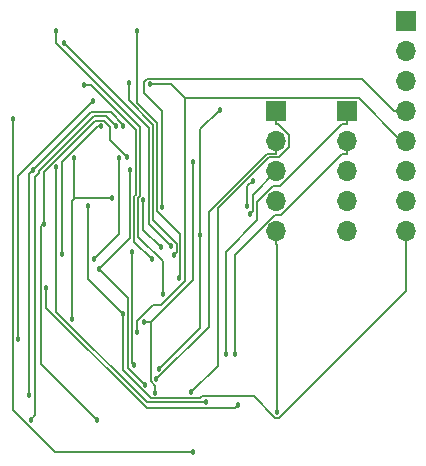
<source format=gbr>
%TF.GenerationSoftware,KiCad,Pcbnew,8.0.4*%
%TF.CreationDate,2024-08-16T22:28:16+02:00*%
%TF.ProjectId,breakout_dac,62726561-6b6f-4757-945f-6461632e6b69,1.1*%
%TF.SameCoordinates,Original*%
%TF.FileFunction,Copper,L2,Bot*%
%TF.FilePolarity,Positive*%
%FSLAX46Y46*%
G04 Gerber Fmt 4.6, Leading zero omitted, Abs format (unit mm)*
G04 Created by KiCad (PCBNEW 8.0.4) date 2024-08-16 22:28:16*
%MOMM*%
%LPD*%
G01*
G04 APERTURE LIST*
%TA.AperFunction,ComponentPad*%
%ADD10R,1.700000X1.700000*%
%TD*%
%TA.AperFunction,ComponentPad*%
%ADD11O,1.700000X1.700000*%
%TD*%
%TA.AperFunction,ViaPad*%
%ADD12C,0.457200*%
%TD*%
%TA.AperFunction,Conductor*%
%ADD13C,0.152400*%
%TD*%
G04 APERTURE END LIST*
D10*
%TO.P,PWRPINS_DAC1,1,Pin_1*%
%TO.N,/V+DAC*%
X85500000Y-99340000D03*
D11*
%TO.P,PWRPINS_DAC1,2,Pin_2*%
%TO.N,/V-DAC*%
X85500000Y-101880000D03*
%TO.P,PWRPINS_DAC1,3,Pin_3*%
%TO.N,GND*%
X85500000Y-104420000D03*
%TO.P,PWRPINS_DAC1,4,Pin_4*%
%TO.N,/VDD_DAC*%
X85500000Y-106960000D03*
%TO.P,PWRPINS_DAC1,5,Pin_5*%
%TO.N,/VREF_2V5_DAC*%
X85500000Y-109500000D03*
%TD*%
D10*
%TO.P,VOUT_DAC1,1,Pin_1*%
%TO.N,/CVA_DAC*%
X96500000Y-91720000D03*
D11*
%TO.P,VOUT_DAC1,2,Pin_2*%
%TO.N,/CVB_DAC*%
X96500000Y-94260000D03*
%TO.P,VOUT_DAC1,3,Pin_3*%
%TO.N,/CVC_DAC*%
X96500000Y-96800000D03*
%TO.P,VOUT_DAC1,4,Pin_4*%
%TO.N,/CVD_DAC*%
X96500000Y-99340000D03*
%TO.P,VOUT_DAC1,5,Pin_5*%
%TO.N,/CVE_DAC*%
X96500000Y-101880000D03*
%TO.P,VOUT_DAC1,6,Pin_6*%
%TO.N,/CVF_DAC*%
X96500000Y-104420000D03*
%TO.P,VOUT_DAC1,7,Pin_7*%
%TO.N,/CVG_DAC*%
X96500000Y-106960000D03*
%TO.P,VOUT_DAC1,8,Pin_8*%
%TO.N,/CVH_DAC*%
X96500000Y-109500000D03*
%TD*%
D10*
%TO.P,SPIPINS_DAC1,1,Pin_1*%
%TO.N,/SCLK_DAC*%
X91500000Y-99340000D03*
D11*
%TO.P,SPIPINS_DAC1,2,Pin_2*%
%TO.N,/DIN_DAC*%
X91500000Y-101880000D03*
%TO.P,SPIPINS_DAC1,3,Pin_3*%
%TO.N,/SYNC_DAC*%
X91500000Y-104420000D03*
%TO.P,SPIPINS_DAC1,4,Pin_4*%
%TO.N,/LDAC_DAC*%
X91500000Y-106960000D03*
%TO.P,SPIPINS_DAC1,5,Pin_5*%
%TO.N,/CLR_DAC*%
X91500000Y-109500000D03*
%TD*%
D12*
%TO.N,Net-(C1-Pad1)*%
X75867500Y-114866000D03*
X66834900Y-92606100D03*
%TO.N,Net-(C1-Pad2)*%
X73681200Y-92601400D03*
X77226000Y-113453000D03*
%TO.N,Net-(C2-Pad1)*%
X69190200Y-97146200D03*
X74929400Y-111875000D03*
%TO.N,Net-(C2-Pad2)*%
X76816500Y-111509000D03*
X73008500Y-96997200D03*
%TO.N,Net-(C3-Pad2)*%
X74242400Y-106898000D03*
X75719500Y-110854000D03*
%TO.N,Net-(C3-Pad1)*%
X73257400Y-111241000D03*
X73419100Y-120880000D03*
%TO.N,Net-(C4-Pad1)*%
X68192400Y-116957000D03*
X68352100Y-103352000D03*
X71607900Y-106722000D03*
%TO.N,GND*%
X83267700Y-108043000D03*
%TO.N,/VREF_2V5_DAC*%
X83493000Y-105260000D03*
X85584100Y-124822000D03*
X83019400Y-107421000D03*
%TO.N,/VBIAS_DAC*%
X80727200Y-99246700D03*
X79068700Y-109869000D03*
X75540000Y-121224000D03*
%TO.N,Net-(C8-Pad2)*%
X63645800Y-118635000D03*
X70007000Y-98498800D03*
%TO.N,Net-(C9-Pad2)*%
X64708300Y-125507000D03*
X71882600Y-100573000D03*
%TO.N,Net-(C9-Pad1)*%
X70688800Y-100648000D03*
X67331300Y-111408000D03*
%TO.N,Net-(C10-Pad1)*%
X64918700Y-104328000D03*
X72532300Y-100574000D03*
X64575900Y-123358000D03*
%TO.N,Net-(C10-Pad2)*%
X73120800Y-104343000D03*
X70513000Y-112699000D03*
X74402000Y-122546000D03*
%TO.N,Net-(C11-Pad2)*%
X75206800Y-123192000D03*
X78405100Y-103653000D03*
X74264500Y-117217000D03*
%TO.N,Net-(C11-Pad1)*%
X72845200Y-103260000D03*
X65781500Y-108878000D03*
X70273800Y-125508000D03*
%TO.N,/V-DAC*%
X75344700Y-122068000D03*
%TO.N,/V+DAC*%
X78281200Y-123156000D03*
%TO.N,/VOUTB_DAC*%
X67478700Y-93568600D03*
X76592600Y-110782000D03*
%TO.N,/VOUTC_DAC*%
X78440600Y-128230000D03*
X63185400Y-100014000D03*
%TO.N,/VOUTD_DAC*%
X79537900Y-123989000D03*
X66872400Y-104097000D03*
%TO.N,/CVD_DAC*%
X75824700Y-107491000D03*
%TO.N,/VOUTH_DAC*%
X66001100Y-114296000D03*
X82240200Y-124229000D03*
%TO.N,/CVE_DAC*%
X74758700Y-97088400D03*
X73722300Y-118034000D03*
%TO.N,/CVF_DAC*%
X70042600Y-111840000D03*
X72152200Y-103304000D03*
%TO.N,/CVH_DAC*%
X69582800Y-107397000D03*
X72491800Y-116498000D03*
%TO.N,/DIN_DAC*%
X81969800Y-119955000D03*
%TO.N,/SCLK_DAC*%
X81251400Y-119933000D03*
%TD*%
D13*
%TO.N,Net-(C1-Pad1)*%
X73917200Y-100656000D02*
X66834900Y-93574000D01*
X73917200Y-106574000D02*
X73917200Y-100656000D01*
X73783500Y-109994000D02*
X73783500Y-106708000D01*
X66834900Y-93574000D02*
X66834900Y-92606100D01*
X75867500Y-112078000D02*
X73783500Y-109994000D01*
X73783500Y-106708000D02*
X73917200Y-106574000D01*
X75867500Y-114866000D02*
X75867500Y-112078000D01*
%TO.N,Net-(C1-Pad2)*%
X77358000Y-113321000D02*
X77226000Y-113453000D01*
X75365700Y-100372000D02*
X75365700Y-107774000D01*
X73681200Y-92601400D02*
X73681200Y-98687900D01*
X73681200Y-98687900D02*
X75365700Y-100372000D01*
X75365700Y-107774000D02*
X77358000Y-109766000D01*
X77358000Y-109766000D02*
X77358000Y-113321000D01*
%TO.N,Net-(C2-Pad1)*%
X69765500Y-97146200D02*
X69190200Y-97146200D01*
X73594900Y-100976000D02*
X69765500Y-97146200D01*
X74929400Y-111875000D02*
X73477000Y-110422000D01*
X73477000Y-106581000D02*
X73594900Y-106463000D01*
X73594900Y-106463000D02*
X73594900Y-100976000D01*
X73477000Y-110422000D02*
X73477000Y-106581000D01*
%TO.N,Net-(C2-Pad2)*%
X73008500Y-98448700D02*
X73008500Y-96997200D01*
X75059200Y-108600000D02*
X75059200Y-100499000D01*
X77051500Y-110592000D02*
X75059200Y-108600000D01*
X76816500Y-111509000D02*
X77051500Y-111274000D01*
X77051500Y-111274000D02*
X77051500Y-110592000D01*
X75059200Y-100499000D02*
X73008500Y-98448700D01*
%TO.N,Net-(C3-Pad2)*%
X74242500Y-109377000D02*
X74242500Y-106898000D01*
X75719500Y-110854000D02*
X74242500Y-109377000D01*
X74242500Y-106898000D02*
X74242400Y-106898000D01*
%TO.N,Net-(C3-Pad1)*%
X73257400Y-120719000D02*
X73257400Y-111241000D01*
X73419100Y-120880000D02*
X73257400Y-120719000D01*
%TO.N,Net-(C4-Pad1)*%
X68192400Y-106997000D02*
X68467900Y-106722000D01*
X68192400Y-116957000D02*
X68192400Y-106997000D01*
X68467900Y-106722000D02*
X68352100Y-106606000D01*
X68352100Y-106606000D02*
X68352100Y-103352000D01*
X71607900Y-106722000D02*
X68467900Y-106722000D01*
%TO.N,GND*%
X83267700Y-108043000D02*
X83478300Y-107832000D01*
X83478300Y-106442000D02*
X85500000Y-104420000D01*
X83478300Y-107832000D02*
X83478300Y-106442000D01*
%TO.N,/VREF_2V5_DAC*%
X85500000Y-110580000D02*
X85584100Y-110664000D01*
X85500000Y-109500000D02*
X85500000Y-110580000D01*
X83493000Y-105260000D02*
X83019400Y-105734000D01*
X83019400Y-105734000D02*
X83019400Y-107421000D01*
X85584100Y-110664000D02*
X85584100Y-124822000D01*
%TO.N,/VBIAS_DAC*%
X79068700Y-100905000D02*
X80727200Y-99246700D01*
X79068700Y-117695000D02*
X75540000Y-121224000D01*
X79068700Y-109869000D02*
X79068700Y-117695000D01*
X79068700Y-109869000D02*
X79068700Y-100905000D01*
%TO.N,Net-(C8-Pad2)*%
X63645800Y-118635000D02*
X63645800Y-104860000D01*
X63645800Y-104860000D02*
X70007000Y-98498800D01*
%TO.N,Net-(C9-Pad2)*%
X65097900Y-125117000D02*
X65097900Y-104916000D01*
X64708300Y-125507000D02*
X65097900Y-125117000D01*
X70083000Y-99791000D02*
X71100400Y-99791000D01*
X65422900Y-104451000D02*
X70083000Y-99791000D01*
X65097900Y-104916000D02*
X65422900Y-104591000D01*
X71100400Y-99791000D02*
X71882600Y-100573000D01*
X65422900Y-104591000D02*
X65422900Y-104451000D01*
%TO.N,Net-(C9-Pad1)*%
X70379000Y-100648000D02*
X67331300Y-103696000D01*
X70688800Y-100648000D02*
X70379000Y-100648000D01*
X67331300Y-103696000D02*
X67331300Y-111408000D01*
%TO.N,Net-(C10-Pad1)*%
X64575900Y-123358000D02*
X64575900Y-104671000D01*
X64918700Y-104328000D02*
X69810900Y-99436200D01*
X64575900Y-104671000D02*
X64918700Y-104328000D01*
X72532300Y-100487000D02*
X72532300Y-100574000D01*
X71481600Y-99436200D02*
X72532300Y-100487000D01*
X69810900Y-99436200D02*
X71481600Y-99436200D01*
%TO.N,Net-(C10-Pad2)*%
X70513000Y-112699000D02*
X72950800Y-115136000D01*
X73120800Y-104343000D02*
X73120800Y-110091000D01*
X72950800Y-121095000D02*
X74402000Y-122546000D01*
X72950800Y-115136000D02*
X72950800Y-121095000D01*
X73120800Y-110091000D02*
X70513000Y-112699000D01*
%TO.N,Net-(C11-Pad2)*%
X78405100Y-103653000D02*
X78405100Y-113651000D01*
X74838900Y-117217000D02*
X74838900Y-122217000D01*
X78405100Y-113651000D02*
X74838900Y-117217000D01*
X75206800Y-122585000D02*
X75206800Y-123192000D01*
X74838900Y-117217000D02*
X74264500Y-117217000D01*
X74838900Y-122217000D02*
X75206800Y-122585000D01*
%TO.N,Net-(C11-Pad1)*%
X65781500Y-108878000D02*
X65542200Y-109117000D01*
X70150100Y-100170000D02*
X70863600Y-100170000D01*
X70863600Y-100170000D02*
X71423700Y-100730000D01*
X65542200Y-120776000D02*
X70273800Y-125508000D01*
X65781500Y-104538000D02*
X70150100Y-100170000D01*
X71423700Y-101838000D02*
X72845200Y-103260000D01*
X71423700Y-100730000D02*
X71423700Y-101838000D01*
X65781500Y-108878000D02*
X65781500Y-104538000D01*
X65542200Y-109117000D02*
X65542200Y-120776000D01*
%TO.N,/V-DAC*%
X79775800Y-107874000D02*
X79775800Y-117637000D01*
X85500000Y-102960000D02*
X84689800Y-102960000D01*
X85500000Y-101880000D02*
X85500000Y-102960000D01*
X84689800Y-102960000D02*
X79775800Y-107874000D01*
X79775800Y-117637000D02*
X75344700Y-122068000D01*
%TO.N,/V+DAC*%
X84836100Y-103268000D02*
X85718500Y-103268000D01*
X80513500Y-107591000D02*
X84836100Y-103268000D01*
X85718500Y-103268000D02*
X86601600Y-102385000D01*
X80513500Y-120924000D02*
X80513500Y-107591000D01*
X86601600Y-102385000D02*
X86601600Y-101387000D01*
X85500000Y-100420000D02*
X85500000Y-99340000D01*
X78281200Y-123156000D02*
X80513500Y-120924000D01*
X85635000Y-100420000D02*
X85500000Y-100420000D01*
X86601600Y-101387000D02*
X85635000Y-100420000D01*
%TO.N,/VOUTB_DAC*%
X76592600Y-110782000D02*
X74701500Y-108891000D01*
X74701500Y-100791000D02*
X67478700Y-93568600D01*
X74701500Y-108891000D02*
X74701500Y-100791000D01*
%TO.N,/VOUTC_DAC*%
X63185400Y-100014000D02*
X63185400Y-124664000D01*
X66750900Y-128230000D02*
X78440600Y-128230000D01*
X63185400Y-124664000D02*
X66750900Y-128230000D01*
%TO.N,/VOUTD_DAC*%
X74542600Y-123989000D02*
X66872400Y-116319000D01*
X66872400Y-116319000D02*
X66872400Y-104097000D01*
X79537900Y-123989000D02*
X74542600Y-123989000D01*
%TO.N,/CVD_DAC*%
X74267100Y-96864800D02*
X74267100Y-97783600D01*
X74267100Y-97783600D02*
X75824700Y-99341200D01*
X74505000Y-96626900D02*
X74267100Y-96864800D01*
X96500000Y-99340000D02*
X95419700Y-99340000D01*
X95419700Y-99340000D02*
X92706600Y-96626900D01*
X75824700Y-99341200D02*
X75824700Y-107491000D01*
X92706600Y-96626900D02*
X74505000Y-96626900D01*
%TO.N,/VOUTH_DAC*%
X81989300Y-124480000D02*
X82240200Y-124229000D01*
X66001100Y-114296000D02*
X66001100Y-115980000D01*
X74501000Y-124480000D02*
X81989300Y-124480000D01*
X66001100Y-115980000D02*
X74501000Y-124480000D01*
%TO.N,/CVE_DAC*%
X95959900Y-101880000D02*
X95959900Y-101764000D01*
X77741400Y-98257200D02*
X77741400Y-113702000D01*
X75688900Y-115755000D02*
X75077800Y-115755000D01*
X74758700Y-97088400D02*
X76572600Y-97088400D01*
X95959900Y-101764000D02*
X92453400Y-98257200D01*
X75077800Y-115755000D02*
X73722300Y-117110000D01*
X96500000Y-101880000D02*
X95959900Y-101880000D01*
X92453400Y-98257200D02*
X77741400Y-98257200D01*
X73722300Y-117110000D02*
X73722300Y-118034000D01*
X76572600Y-97088400D02*
X77741400Y-98257200D01*
X77741400Y-113702000D02*
X75688900Y-115755000D01*
%TO.N,/CVF_DAC*%
X70042600Y-111840000D02*
X72152200Y-109731000D01*
X72152200Y-109731000D02*
X72152200Y-103304000D01*
%TO.N,/CVH_DAC*%
X69582800Y-113590000D02*
X69582800Y-107397000D01*
X85412800Y-125300000D02*
X85759100Y-125300000D01*
X72491800Y-116498000D02*
X69582800Y-113590000D01*
X72491800Y-121285000D02*
X74863700Y-123657000D01*
X83605300Y-123492000D02*
X85412800Y-125300000D01*
X72491800Y-116498000D02*
X72491800Y-121285000D01*
X85759100Y-125300000D02*
X96500000Y-114559000D01*
X96500000Y-114559000D02*
X96500000Y-109500000D01*
X74863700Y-123657000D02*
X79066400Y-123657000D01*
X79231200Y-123492000D02*
X83605300Y-123492000D01*
X79066400Y-123657000D02*
X79231200Y-123492000D01*
%TO.N,/DIN_DAC*%
X81969800Y-111497000D02*
X81969800Y-119955000D01*
X91500000Y-101880000D02*
X91500000Y-102960000D01*
X91500000Y-102960000D02*
X91045600Y-102960000D01*
X85344600Y-108122000D02*
X81969800Y-111497000D01*
X91045600Y-102960000D02*
X85883800Y-108122000D01*
X85883800Y-108122000D02*
X85344600Y-108122000D01*
%TO.N,/SCLK_DAC*%
X91047400Y-100420000D02*
X91500000Y-100420000D01*
X83889100Y-108611000D02*
X83889100Y-107015000D01*
X85777700Y-105690000D02*
X91047400Y-100420000D01*
X83889100Y-107015000D02*
X85213800Y-105690000D01*
X81251400Y-111249000D02*
X83889100Y-108611000D01*
X85213800Y-105690000D02*
X85777700Y-105690000D01*
X81251400Y-119933000D02*
X81251400Y-111249000D01*
X91500000Y-100420000D02*
X91500000Y-99340000D01*
%TD*%
M02*

</source>
